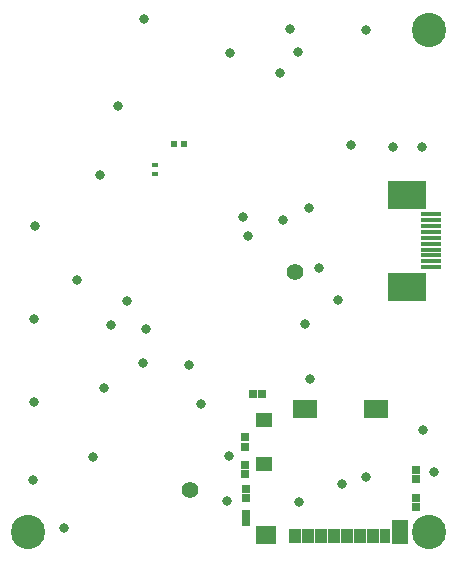
<source format=gbs>
G04*
G04 #@! TF.GenerationSoftware,Altium Limited,Altium Designer,21.6.4 (81)*
G04*
G04 Layer_Color=16711935*
%FSLAX24Y24*%
%MOIN*%
G70*
G04*
G04 #@! TF.SameCoordinates,8E317252-C3AD-47CA-8584-9DD6DEF08156*
G04*
G04*
G04 #@! TF.FilePolarity,Negative*
G04*
G01*
G75*
%ADD26R,0.0197X0.0157*%
%ADD28R,0.0242X0.0225*%
%ADD44C,0.0552*%
%ADD53R,0.0670X0.0160*%
%ADD54R,0.1270X0.0920*%
%ADD55R,0.0257X0.0257*%
%ADD56C,0.1143*%
%ADD57C,0.0316*%
%ADD76R,0.0257X0.0277*%
%ADD77R,0.0257X0.0257*%
%ADD78R,0.0415X0.0513*%
%ADD79R,0.0690X0.0611*%
%ADD80R,0.0541X0.0789*%
%ADD81R,0.0828X0.0611*%
%ADD82R,0.0552X0.0474*%
%ADD83R,0.0375X0.0513*%
D26*
X16900Y48720D02*
D03*
Y49035D02*
D03*
D28*
X17857Y49720D02*
D03*
X17520D02*
D03*
D44*
X21554Y45451D02*
D03*
X18074Y38211D02*
D03*
D53*
X26080Y47392D02*
D03*
Y47194D02*
D03*
Y46997D02*
D03*
Y46800D02*
D03*
Y46603D02*
D03*
Y46210D02*
D03*
Y45816D02*
D03*
Y46406D02*
D03*
Y46013D02*
D03*
Y45619D02*
D03*
D54*
X25300Y44970D02*
D03*
Y48040D02*
D03*
D55*
X19900Y39957D02*
D03*
Y39643D02*
D03*
D56*
X26040Y36780D02*
D03*
X12660D02*
D03*
X26020Y53520D02*
D03*
D57*
X22360Y45580D02*
D03*
X22060Y41880D02*
D03*
X12890Y46990D02*
D03*
X12860Y43900D02*
D03*
Y41140D02*
D03*
X12820Y38520D02*
D03*
X25816Y40205D02*
D03*
X23920Y38640D02*
D03*
X14820Y39280D02*
D03*
X14280Y45200D02*
D03*
X22996Y44515D02*
D03*
X23420Y49680D02*
D03*
X19396Y52758D02*
D03*
X21660Y52780D02*
D03*
X13860Y36920D02*
D03*
X16520Y53900D02*
D03*
X23920Y53520D02*
D03*
X21880Y43720D02*
D03*
X16600Y43560D02*
D03*
X16500Y42440D02*
D03*
X15420Y43700D02*
D03*
X15960Y44480D02*
D03*
X18440Y41060D02*
D03*
X18015Y42370D02*
D03*
X19980Y46660D02*
D03*
X21150Y47190D02*
D03*
X22010Y47610D02*
D03*
X21400Y53560D02*
D03*
X24820Y49620D02*
D03*
X25800D02*
D03*
X19360Y39320D02*
D03*
X19285Y37831D02*
D03*
X26200Y38780D02*
D03*
X23120Y38380D02*
D03*
X21680Y37780D02*
D03*
X15188Y41601D02*
D03*
X15060Y48700D02*
D03*
X15647Y50993D02*
D03*
X19840Y47280D02*
D03*
X21060Y52080D02*
D03*
D76*
X19920Y37408D02*
D03*
Y37112D02*
D03*
X19940Y38235D02*
D03*
Y37940D02*
D03*
X25580Y38552D02*
D03*
Y38848D02*
D03*
X25600Y37928D02*
D03*
Y37632D02*
D03*
X19880Y38732D02*
D03*
Y39028D02*
D03*
D77*
X20145Y41400D02*
D03*
X20460D02*
D03*
D78*
X22854Y36649D02*
D03*
X22421D02*
D03*
X24153D02*
D03*
X21988D02*
D03*
X23287D02*
D03*
X23720D02*
D03*
X21555D02*
D03*
D79*
X20586Y36698D02*
D03*
D80*
X25043Y36787D02*
D03*
D81*
X24246Y40911D02*
D03*
X21895D02*
D03*
D82*
X20517Y39070D02*
D03*
Y40527D02*
D03*
D83*
X24566Y36649D02*
D03*
M02*

</source>
